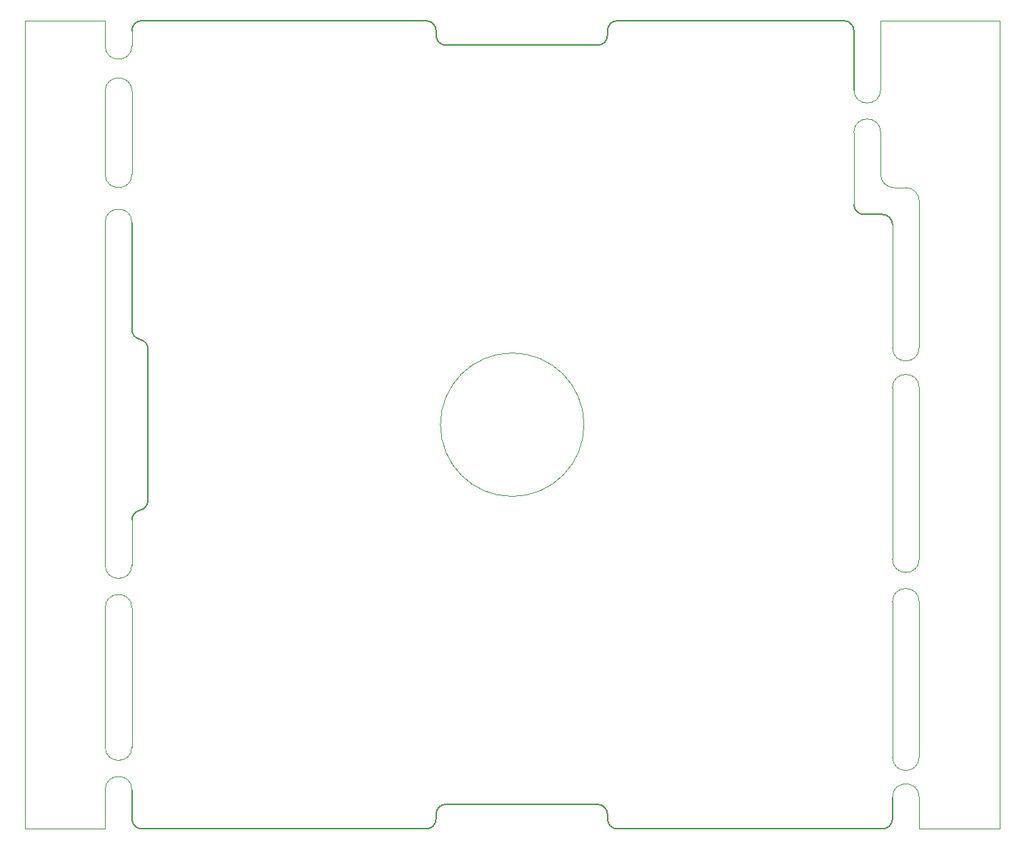
<source format=gm1>
%TF.GenerationSoftware,KiCad,Pcbnew,8.0.1*%
%TF.CreationDate,2024-05-29T09:56:21-04:00*%
%TF.ProjectId,Avionics_Board,4176696f-6e69-4637-935f-426f6172642e,rev?*%
%TF.SameCoordinates,PX40311b0PY93281e8*%
%TF.FileFunction,Profile,NP*%
%FSLAX46Y46*%
G04 Gerber Fmt 4.6, Leading zero omitted, Abs format (unit mm)*
G04 Created by KiCad (PCBNEW 8.0.1) date 2024-05-29 09:56:21*
%MOMM*%
%LPD*%
G01*
G04 APERTURE LIST*
%TA.AperFunction,Profile*%
%ADD10C,0.100000*%
%TD*%
%TA.AperFunction,Profile*%
%ADD11C,0.200000*%
%TD*%
G04 APERTURE END LIST*
D10*
X85090000Y3441700D02*
X85090000Y21856700D01*
X-8255000Y-442982D02*
X-8255000Y-5080000D01*
D11*
X-5080000Y-3886200D02*
X-5080000Y-442982D01*
D10*
X80518000Y77546200D02*
G75*
G02*
X83693000Y77546200I1587500J0D01*
G01*
D11*
X51305000Y89077800D02*
G75*
G02*
X50111200Y87884000I-1193800J0D01*
G01*
X-3175000Y33896300D02*
G75*
G02*
X-4127500Y32727141I-1193800J0D01*
G01*
X83896200Y-5080000D02*
X52498800Y-5080000D01*
X80518000Y82626200D02*
X80518000Y89611200D01*
D10*
X88265000Y52019200D02*
G75*
G02*
X85090000Y52019200I-1587500J0D01*
G01*
X-8255000Y90805000D02*
X-8255000Y89611200D01*
D11*
X50111200Y87884000D02*
X32178800Y87884000D01*
D10*
X-5080000Y26227018D02*
G75*
G02*
X-8255000Y26227018I-1587500J0D01*
G01*
X-5080000Y4637018D02*
G75*
G02*
X-8255000Y4637018I-1587500J0D01*
G01*
D11*
X-3175000Y51828700D02*
X-3175000Y33896300D01*
X51305000Y89611200D02*
G75*
G02*
X52498800Y90805000I1193800J0D01*
G01*
D10*
X-8255000Y90805000D02*
X-17780000Y90805000D01*
D11*
X-4127500Y52997859D02*
G75*
G02*
X-5079982Y54167018I241300J1169141D01*
G01*
D10*
X-17780000Y90805000D02*
X-17780000Y89611200D01*
D11*
X32178800Y87884000D02*
G75*
G02*
X30985000Y89077800I0J1193800D01*
G01*
X-5080000Y54167018D02*
X-5080000Y66867018D01*
D10*
X85090000Y47256700D02*
G75*
G02*
X88265000Y47256700I1587500J0D01*
G01*
X83693000Y82626200D02*
G75*
G02*
X80518000Y82626200I-1587500J0D01*
G01*
X85090000Y52019200D02*
X85090000Y66624200D01*
X88265000Y26936700D02*
G75*
G02*
X85090000Y26936700I-1587500J0D01*
G01*
X-8255000Y4637018D02*
X-8255000Y21147018D01*
X-8255000Y26227018D02*
X-8255000Y66867018D01*
X-8255000Y21147018D02*
G75*
G02*
X-5080000Y21147018I1587500J0D01*
G01*
D11*
X85090000Y-1320800D02*
X85090000Y-3886200D01*
D10*
X-5080000Y72582018D02*
X-5080000Y82424518D01*
X-5080000Y4637018D02*
X-5080000Y21147018D01*
D11*
X-3886200Y90805000D02*
X29791200Y90805000D01*
D10*
X-5080000Y72582018D02*
G75*
G02*
X-8255000Y72582018I-1587500J0D01*
G01*
X85252156Y70993254D02*
G75*
G02*
X83692953Y72580500I14044J1573246D01*
G01*
X80518000Y77546200D02*
X80518000Y69011800D01*
D11*
X-4127500Y52997859D02*
G75*
G02*
X-3175000Y51828700I-241300J-1169159D01*
G01*
D10*
X-8255000Y87822018D02*
X-8255000Y89611200D01*
X85090000Y-1320800D02*
G75*
G02*
X88265000Y-1320800I1587500J0D01*
G01*
X88265000Y3441700D02*
G75*
G02*
X85090000Y3441700I-1587500J0D01*
G01*
X83693000Y77546200D02*
X83693000Y72580500D01*
D11*
X-3886200Y-5080000D02*
G75*
G02*
X-5080000Y-3886200I0J1193800D01*
G01*
D10*
X-8255000Y72582018D02*
X-8255000Y82424518D01*
D11*
X29791200Y-5080000D02*
X-3886200Y-5080000D01*
X30985000Y-3352800D02*
G75*
G02*
X32178800Y-2159000I1193800J0D01*
G01*
D10*
X-17780000Y89611200D02*
X-17780000Y-5080000D01*
D11*
X52498800Y-5080000D02*
G75*
G02*
X51305000Y-3886200I0J1193800D01*
G01*
X29791200Y90805000D02*
G75*
G02*
X30985000Y89611200I0J-1193800D01*
G01*
D10*
X88265000Y3441700D02*
X88265000Y21856700D01*
D11*
X30985000Y89077800D02*
X30985000Y89611200D01*
D10*
X88265000Y-5080000D02*
X97790000Y-5080000D01*
X88265000Y-5080000D02*
X88265000Y-1320800D01*
X48519000Y42875000D02*
G75*
G02*
X31501000Y42875000I-8509000J0D01*
G01*
X31501000Y42875000D02*
G75*
G02*
X48519000Y42875000I8509000J0D01*
G01*
X86677500Y70995691D02*
X85252156Y70993253D01*
D11*
X83896200Y67818000D02*
X81711800Y67818000D01*
D10*
X-8255000Y-442982D02*
G75*
G02*
X-5080000Y-442982I1587500J0D01*
G01*
D11*
X52498800Y90805000D02*
X79324200Y90805000D01*
D10*
X-5080000Y87822018D02*
X-5080000Y89611200D01*
D11*
X85090000Y-3886200D02*
G75*
G02*
X83896200Y-5080000I-1193800J0D01*
G01*
D10*
X-8255000Y-5080000D02*
X-17780000Y-5080000D01*
D11*
X51305000Y89611200D02*
X51305000Y89077800D01*
X-5080000Y31557982D02*
G75*
G02*
X-4127504Y32727158I1193800J18D01*
G01*
X79324200Y90805000D02*
G75*
G02*
X80518000Y89611200I0J-1193800D01*
G01*
D10*
X-5080000Y87822018D02*
G75*
G02*
X-8255000Y87822018I-1587500J0D01*
G01*
D11*
X32178800Y-2159000D02*
X50111200Y-2159000D01*
X30985000Y-3886200D02*
X30985000Y-3352800D01*
X51305000Y-3352800D02*
X51305000Y-3886200D01*
D10*
X88265000Y52019200D02*
X88265000Y69408191D01*
X85090000Y21856700D02*
G75*
G02*
X88265000Y21856700I1587500J0D01*
G01*
X97790000Y-5080000D02*
X97790000Y90805000D01*
X85090000Y26936700D02*
X85090000Y47256700D01*
D11*
X30985000Y-3886200D02*
G75*
G02*
X29791200Y-5080000I-1193800J0D01*
G01*
X-5080000Y89611200D02*
G75*
G02*
X-3886200Y90805000I1193800J0D01*
G01*
X50111200Y-2159000D02*
G75*
G02*
X51305000Y-3352800I0J-1193800D01*
G01*
X83896200Y67818000D02*
G75*
G02*
X85090000Y66624200I0J-1193800D01*
G01*
D10*
X-5080000Y26227018D02*
X-5080000Y31557982D01*
X83693000Y90805000D02*
X97790000Y90805000D01*
X83693000Y89611200D02*
X83693000Y90805000D01*
X88265000Y26936700D02*
X88265000Y47256700D01*
X-8255000Y82424518D02*
G75*
G02*
X-5080000Y82424518I1587500J0D01*
G01*
X-8255000Y66867018D02*
G75*
G02*
X-5080000Y66867018I1587500J0D01*
G01*
X83693000Y89611200D02*
X83693000Y82626200D01*
D11*
X81711800Y67818000D02*
G75*
G02*
X80518000Y69011800I0J1193800D01*
G01*
D10*
X86677500Y70995691D02*
G75*
G02*
X88264991Y69408191I0J-1587491D01*
G01*
M02*

</source>
